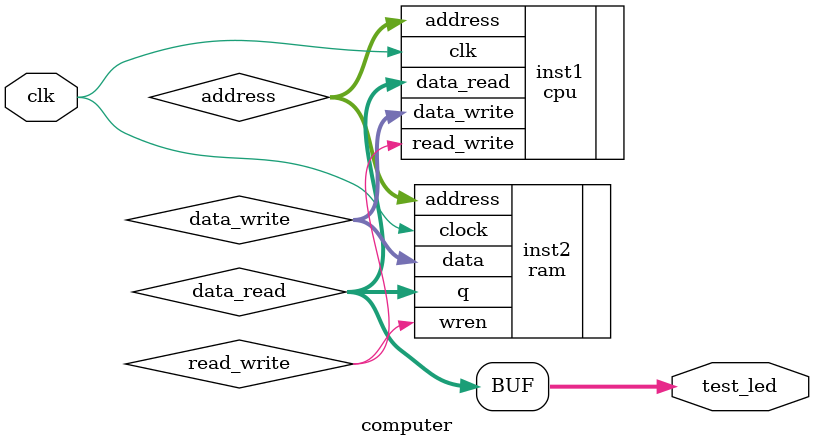
<source format=v>
module computer
(
	input clk,
	output [7:0] test_led
);

wire read_write;
wire [7:0] data_read;
wire [7:0] data_write;
wire [15:0] address;

cpu inst1
(
	.clk(clk),
	.data_read(data_read),
	.data_write(data_write),
	.read_write(read_write),
	.address(address)
);

ram inst2
(
	.address(address),
	.clock(clk),
	.data(data_write),
	.wren(read_write),
	.q(data_read)
);

assign test_led = data_read;

endmodule

</source>
